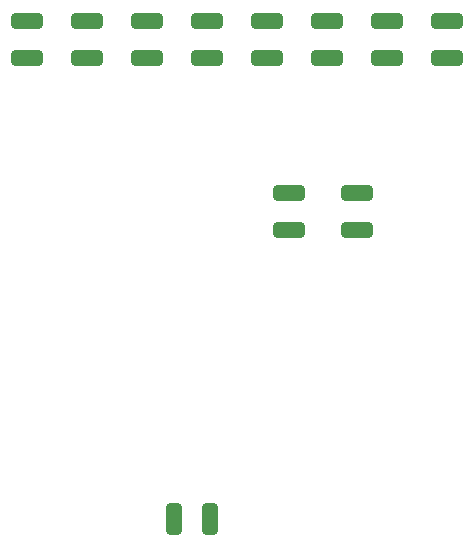
<source format=gbp>
G04 #@! TF.GenerationSoftware,KiCad,Pcbnew,(6.0.4-103-ge02229a234)*
G04 #@! TF.CreationDate,2022-04-10T23:24:48+02:00*
G04 #@! TF.ProjectId,CANduino128 - v1.1 - 6.0.4,43414e64-7569-46e6-9f31-3238202d2076,rev?*
G04 #@! TF.SameCoordinates,Original*
G04 #@! TF.FileFunction,Paste,Bot*
G04 #@! TF.FilePolarity,Positive*
%FSLAX46Y46*%
G04 Gerber Fmt 4.6, Leading zero omitted, Abs format (unit mm)*
G04 Created by KiCad (PCBNEW (6.0.4-103-ge02229a234)) date 2022-04-10 23:24:48*
%MOMM*%
%LPD*%
G01*
G04 APERTURE LIST*
G04 Aperture macros list*
%AMRoundRect*
0 Rectangle with rounded corners*
0 $1 Rounding radius*
0 $2 $3 $4 $5 $6 $7 $8 $9 X,Y pos of 4 corners*
0 Add a 4 corners polygon primitive as box body*
4,1,4,$2,$3,$4,$5,$6,$7,$8,$9,$2,$3,0*
0 Add four circle primitives for the rounded corners*
1,1,$1+$1,$2,$3*
1,1,$1+$1,$4,$5*
1,1,$1+$1,$6,$7*
1,1,$1+$1,$8,$9*
0 Add four rect primitives between the rounded corners*
20,1,$1+$1,$2,$3,$4,$5,0*
20,1,$1+$1,$4,$5,$6,$7,0*
20,1,$1+$1,$6,$7,$8,$9,0*
20,1,$1+$1,$8,$9,$2,$3,0*%
G04 Aperture macros list end*
%ADD10RoundRect,0.250000X-1.075000X0.400000X-1.075000X-0.400000X1.075000X-0.400000X1.075000X0.400000X0*%
%ADD11RoundRect,0.250000X1.075000X-0.400000X1.075000X0.400000X-1.075000X0.400000X-1.075000X-0.400000X0*%
%ADD12RoundRect,0.250000X0.400000X1.075000X-0.400000X1.075000X-0.400000X-1.075000X0.400000X-1.075000X0*%
G04 APERTURE END LIST*
D10*
X165100000Y-60680000D03*
X165100000Y-63780000D03*
D11*
X167005000Y-78385000D03*
X167005000Y-75285000D03*
D10*
X175260000Y-60680000D03*
X175260000Y-63780000D03*
X149860000Y-60680000D03*
X149860000Y-63780000D03*
D12*
X160300000Y-102870000D03*
X157200000Y-102870000D03*
D10*
X144780000Y-60680000D03*
X144780000Y-63780000D03*
D11*
X172720000Y-78385000D03*
X172720000Y-75285000D03*
D10*
X180340000Y-60680000D03*
X180340000Y-63780000D03*
X154940000Y-60680000D03*
X154940000Y-63780000D03*
X160020000Y-60680000D03*
X160020000Y-63780000D03*
X170180000Y-60680000D03*
X170180000Y-63780000D03*
M02*

</source>
